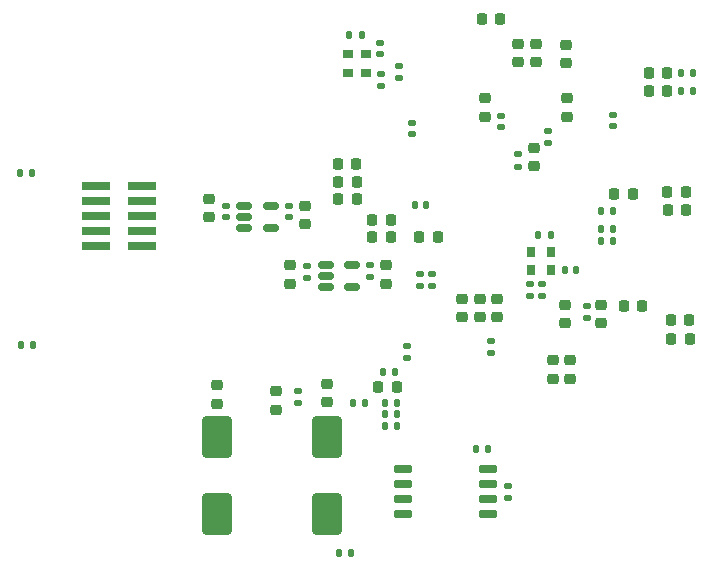
<source format=gbr>
%TF.GenerationSoftware,KiCad,Pcbnew,7.0.0*%
%TF.CreationDate,2023-03-27T16:14:07-06:00*%
%TF.ProjectId,FPGA_2,46504741-5f32-42e6-9b69-6361645f7063,rev?*%
%TF.SameCoordinates,Original*%
%TF.FileFunction,Paste,Top*%
%TF.FilePolarity,Positive*%
%FSLAX46Y46*%
G04 Gerber Fmt 4.6, Leading zero omitted, Abs format (unit mm)*
G04 Created by KiCad (PCBNEW 7.0.0) date 2023-03-27 16:14:07*
%MOMM*%
%LPD*%
G01*
G04 APERTURE LIST*
G04 Aperture macros list*
%AMRoundRect*
0 Rectangle with rounded corners*
0 $1 Rounding radius*
0 $2 $3 $4 $5 $6 $7 $8 $9 X,Y pos of 4 corners*
0 Add a 4 corners polygon primitive as box body*
4,1,4,$2,$3,$4,$5,$6,$7,$8,$9,$2,$3,0*
0 Add four circle primitives for the rounded corners*
1,1,$1+$1,$2,$3*
1,1,$1+$1,$4,$5*
1,1,$1+$1,$6,$7*
1,1,$1+$1,$8,$9*
0 Add four rect primitives between the rounded corners*
20,1,$1+$1,$2,$3,$4,$5,0*
20,1,$1+$1,$4,$5,$6,$7,0*
20,1,$1+$1,$6,$7,$8,$9,0*
20,1,$1+$1,$8,$9,$2,$3,0*%
G04 Aperture macros list end*
%ADD10RoundRect,0.218750X0.256250X-0.218750X0.256250X0.218750X-0.256250X0.218750X-0.256250X-0.218750X0*%
%ADD11R,2.400000X0.740000*%
%ADD12RoundRect,0.225000X0.250000X-0.225000X0.250000X0.225000X-0.250000X0.225000X-0.250000X-0.225000X0*%
%ADD13RoundRect,0.218750X-0.218750X-0.256250X0.218750X-0.256250X0.218750X0.256250X-0.218750X0.256250X0*%
%ADD14RoundRect,0.140000X-0.140000X-0.170000X0.140000X-0.170000X0.140000X0.170000X-0.140000X0.170000X0*%
%ADD15RoundRect,0.135000X0.185000X-0.135000X0.185000X0.135000X-0.185000X0.135000X-0.185000X-0.135000X0*%
%ADD16RoundRect,0.225000X-0.250000X0.225000X-0.250000X-0.225000X0.250000X-0.225000X0.250000X0.225000X0*%
%ADD17RoundRect,0.135000X-0.135000X-0.185000X0.135000X-0.185000X0.135000X0.185000X-0.135000X0.185000X0*%
%ADD18RoundRect,0.140000X0.170000X-0.140000X0.170000X0.140000X-0.170000X0.140000X-0.170000X-0.140000X0*%
%ADD19RoundRect,0.140000X-0.170000X0.140000X-0.170000X-0.140000X0.170000X-0.140000X0.170000X0.140000X0*%
%ADD20RoundRect,0.135000X-0.185000X0.135000X-0.185000X-0.135000X0.185000X-0.135000X0.185000X0.135000X0*%
%ADD21RoundRect,0.135000X0.135000X0.185000X-0.135000X0.185000X-0.135000X-0.185000X0.135000X-0.185000X0*%
%ADD22RoundRect,0.140000X0.140000X0.170000X-0.140000X0.170000X-0.140000X-0.170000X0.140000X-0.170000X0*%
%ADD23RoundRect,0.225000X0.225000X0.250000X-0.225000X0.250000X-0.225000X-0.250000X0.225000X-0.250000X0*%
%ADD24R,0.850000X0.650000*%
%ADD25RoundRect,0.225000X-0.225000X-0.250000X0.225000X-0.250000X0.225000X0.250000X-0.225000X0.250000X0*%
%ADD26RoundRect,0.218750X-0.256250X0.218750X-0.256250X-0.218750X0.256250X-0.218750X0.256250X0.218750X0*%
%ADD27RoundRect,0.150000X-0.650000X-0.150000X0.650000X-0.150000X0.650000X0.150000X-0.650000X0.150000X0*%
%ADD28RoundRect,0.250000X-1.000000X1.500000X-1.000000X-1.500000X1.000000X-1.500000X1.000000X1.500000X0*%
%ADD29R,0.650000X0.850000*%
%ADD30RoundRect,0.218750X0.218750X0.256250X-0.218750X0.256250X-0.218750X-0.256250X0.218750X-0.256250X0*%
%ADD31RoundRect,0.150000X-0.512500X-0.150000X0.512500X-0.150000X0.512500X0.150000X-0.512500X0.150000X0*%
G04 APERTURE END LIST*
D10*
%TO.C,L1*%
X96575552Y-106237500D03*
X96575552Y-104662500D03*
%TD*%
D11*
%TO.C,J6*%
X60825551Y-116709999D03*
X64725551Y-116709999D03*
X60825551Y-117979999D03*
X64725551Y-117979999D03*
X60825551Y-119249999D03*
X64725551Y-119249999D03*
X60825551Y-120519999D03*
X64725551Y-120519999D03*
X60825551Y-121789999D03*
X64725551Y-121789999D03*
%TD*%
D10*
%TO.C,L12*%
X94775552Y-127837500D03*
X94775552Y-126262500D03*
%TD*%
D12*
%TO.C,C3*%
X100575552Y-106325000D03*
X100575552Y-104775000D03*
%TD*%
D13*
%TO.C,D2*%
X107588052Y-108650000D03*
X109163052Y-108650000D03*
%TD*%
D14*
%TO.C,C18*%
X103595552Y-121350000D03*
X104555552Y-121350000D03*
%TD*%
D15*
%TO.C,R8*%
X88275552Y-125160000D03*
X88275552Y-124140000D03*
%TD*%
D10*
%TO.C,L4*%
X100675552Y-110837500D03*
X100675552Y-109262500D03*
%TD*%
D12*
%TO.C,C28*%
X71075552Y-135125000D03*
X71075552Y-133575000D03*
%TD*%
D10*
%TO.C,L2*%
X98075552Y-106237500D03*
X98075552Y-104662500D03*
%TD*%
D16*
%TO.C,C27*%
X100975552Y-131475000D03*
X100975552Y-133025000D03*
%TD*%
D17*
%TO.C,R3*%
X110365552Y-107150000D03*
X111385552Y-107150000D03*
%TD*%
D18*
%TO.C,C25*%
X94275552Y-130830000D03*
X94275552Y-129870000D03*
%TD*%
D19*
%TO.C,C5*%
X95075552Y-110770000D03*
X95075552Y-111730000D03*
%TD*%
D12*
%TO.C,C24*%
X91775552Y-127825000D03*
X91775552Y-126275000D03*
%TD*%
D13*
%TO.C,L14*%
X105488052Y-126850000D03*
X107063052Y-126850000D03*
%TD*%
D12*
%TO.C,C29*%
X80375552Y-135025000D03*
X80375552Y-133475000D03*
%TD*%
D17*
%TO.C,R7*%
X98265552Y-120850000D03*
X99285552Y-120850000D03*
%TD*%
D14*
%TO.C,C34*%
X54395552Y-115650000D03*
X55355552Y-115650000D03*
%TD*%
D20*
%TO.C,R21*%
X95675552Y-142140000D03*
X95675552Y-143160000D03*
%TD*%
D21*
%TO.C,R13*%
X55485552Y-130150000D03*
X54465552Y-130150000D03*
%TD*%
D19*
%TO.C,C10*%
X71775552Y-118370000D03*
X71775552Y-119330000D03*
%TD*%
D22*
%TO.C,C30*%
X93955552Y-138950000D03*
X92995552Y-138950000D03*
%TD*%
D17*
%TO.C,R19*%
X85265552Y-137050000D03*
X86285552Y-137050000D03*
%TD*%
D14*
%TO.C,C17*%
X103595552Y-120350000D03*
X104555552Y-120350000D03*
%TD*%
D23*
%TO.C,C7*%
X82850552Y-114850000D03*
X81300552Y-114850000D03*
%TD*%
D24*
%TO.C,U1*%
X82100551Y-105524999D03*
X82100551Y-107174999D03*
X83650551Y-107174999D03*
X83650551Y-105524999D03*
%TD*%
D16*
%TO.C,C9*%
X70375552Y-117800000D03*
X70375552Y-119350000D03*
%TD*%
D19*
%TO.C,C21*%
X84038052Y-123420000D03*
X84038052Y-124380000D03*
%TD*%
D13*
%TO.C,L6*%
X104688052Y-117350000D03*
X106263052Y-117350000D03*
%TD*%
D22*
%TO.C,C13*%
X88755552Y-118350000D03*
X87795552Y-118350000D03*
%TD*%
D20*
%TO.C,R14*%
X87175552Y-130240000D03*
X87175552Y-131260000D03*
%TD*%
D25*
%TO.C,C26*%
X109500552Y-128050000D03*
X111050552Y-128050000D03*
%TD*%
D21*
%TO.C,R20*%
X86285552Y-136050000D03*
X85265552Y-136050000D03*
%TD*%
D13*
%TO.C,L8*%
X81288052Y-117850000D03*
X82863052Y-117850000D03*
%TD*%
D10*
%TO.C,D4*%
X103575552Y-128337500D03*
X103575552Y-126762500D03*
%TD*%
D15*
%TO.C,R10*%
X97575552Y-126060000D03*
X97575552Y-125040000D03*
%TD*%
D17*
%TO.C,R15*%
X85065552Y-132450000D03*
X86085552Y-132450000D03*
%TD*%
D15*
%TO.C,R2*%
X86475552Y-107560000D03*
X86475552Y-106540000D03*
%TD*%
D20*
%TO.C,R16*%
X77875552Y-134040000D03*
X77875552Y-135060000D03*
%TD*%
D26*
%TO.C,D3*%
X97875552Y-113462500D03*
X97875552Y-115037500D03*
%TD*%
D17*
%TO.C,R18*%
X85265552Y-135050000D03*
X86285552Y-135050000D03*
%TD*%
D27*
%TO.C,U5*%
X86800352Y-140669800D03*
X86800352Y-141939800D03*
X86800352Y-143209800D03*
X86800352Y-144479800D03*
X94000352Y-144479800D03*
X94000352Y-143209800D03*
X94000352Y-141939800D03*
X94000352Y-140669800D03*
%TD*%
D28*
%TO.C,C32*%
X80375552Y-137942500D03*
X80375552Y-144442500D03*
%TD*%
D14*
%TO.C,C14*%
X103595552Y-118850000D03*
X104555552Y-118850000D03*
%TD*%
D19*
%TO.C,C19*%
X78638052Y-123520000D03*
X78638052Y-124480000D03*
%TD*%
D20*
%TO.C,R12*%
X102375552Y-126840000D03*
X102375552Y-127860000D03*
%TD*%
D28*
%TO.C,C31*%
X71075552Y-138000000D03*
X71075552Y-144500000D03*
%TD*%
D17*
%TO.C,R5*%
X110365552Y-108650000D03*
X111385552Y-108650000D03*
%TD*%
D16*
%TO.C,C22*%
X85338052Y-123425000D03*
X85338052Y-124975000D03*
%TD*%
D29*
%TO.C,U4*%
X99300551Y-122274999D03*
X97650551Y-122274999D03*
X97650551Y-123824999D03*
X99300551Y-123824999D03*
%TD*%
D21*
%TO.C,R1*%
X83285552Y-103950000D03*
X82265552Y-103950000D03*
%TD*%
D30*
%TO.C,D6*%
X86263052Y-133750000D03*
X84688052Y-133750000D03*
%TD*%
D18*
%TO.C,C4*%
X87575552Y-112330000D03*
X87575552Y-111370000D03*
%TD*%
D15*
%TO.C,R11*%
X98575552Y-126060000D03*
X98575552Y-125040000D03*
%TD*%
D21*
%TO.C,R22*%
X82385552Y-147750000D03*
X81365552Y-147750000D03*
%TD*%
D19*
%TO.C,C11*%
X77175552Y-118370000D03*
X77175552Y-119330000D03*
%TD*%
D13*
%TO.C,L7*%
X109188052Y-117250000D03*
X110763052Y-117250000D03*
%TD*%
D30*
%TO.C,L5*%
X82863052Y-116350000D03*
X81288052Y-116350000D03*
%TD*%
D26*
%TO.C,L13*%
X100475552Y-126762500D03*
X100475552Y-128337500D03*
%TD*%
D30*
%TO.C,L9*%
X85763052Y-119550000D03*
X84188052Y-119550000D03*
%TD*%
D14*
%TO.C,C23*%
X100495552Y-123850000D03*
X101455552Y-123850000D03*
%TD*%
D16*
%TO.C,C20*%
X77238052Y-123425000D03*
X77238052Y-124975000D03*
%TD*%
D25*
%TO.C,C15*%
X109200552Y-118750000D03*
X110750552Y-118750000D03*
%TD*%
D18*
%TO.C,C2*%
X84875552Y-105530000D03*
X84875552Y-104570000D03*
%TD*%
%TO.C,C6*%
X104575552Y-111630000D03*
X104575552Y-110670000D03*
%TD*%
D10*
%TO.C,L3*%
X93775552Y-110837500D03*
X93775552Y-109262500D03*
%TD*%
D15*
%TO.C,R9*%
X89275552Y-125160000D03*
X89275552Y-124140000D03*
%TD*%
%TO.C,R6*%
X96575552Y-115060000D03*
X96575552Y-114040000D03*
%TD*%
D13*
%TO.C,D1*%
X107588052Y-107150000D03*
X109163052Y-107150000D03*
%TD*%
D10*
%TO.C,D5*%
X76075552Y-135637500D03*
X76075552Y-134062500D03*
%TD*%
D16*
%TO.C,C12*%
X78475552Y-118375000D03*
X78475552Y-119925000D03*
%TD*%
D23*
%TO.C,C16*%
X85750552Y-121050000D03*
X84200552Y-121050000D03*
%TD*%
D31*
%TO.C,U2*%
X73338052Y-118400000D03*
X73338052Y-119350000D03*
X73338052Y-120300000D03*
X75613052Y-120300000D03*
X75613052Y-118400000D03*
%TD*%
D23*
%TO.C,C1*%
X95050552Y-102550000D03*
X93500552Y-102550000D03*
%TD*%
D26*
%TO.C,L11*%
X93275552Y-126262500D03*
X93275552Y-127837500D03*
%TD*%
D13*
%TO.C,L15*%
X109488052Y-129650000D03*
X111063052Y-129650000D03*
%TD*%
D15*
%TO.C,R4*%
X84975552Y-108260000D03*
X84975552Y-107240000D03*
%TD*%
D18*
%TO.C,C8*%
X99075552Y-113030000D03*
X99075552Y-112070000D03*
%TD*%
D31*
%TO.C,U3*%
X80238052Y-123400000D03*
X80238052Y-124350000D03*
X80238052Y-125300000D03*
X82513052Y-125300000D03*
X82513052Y-123400000D03*
%TD*%
D21*
%TO.C,R17*%
X83585552Y-135050000D03*
X82565552Y-135050000D03*
%TD*%
D26*
%TO.C,L16*%
X99475552Y-131462500D03*
X99475552Y-133037500D03*
%TD*%
D30*
%TO.C,L10*%
X89763052Y-121050000D03*
X88188052Y-121050000D03*
%TD*%
M02*

</source>
